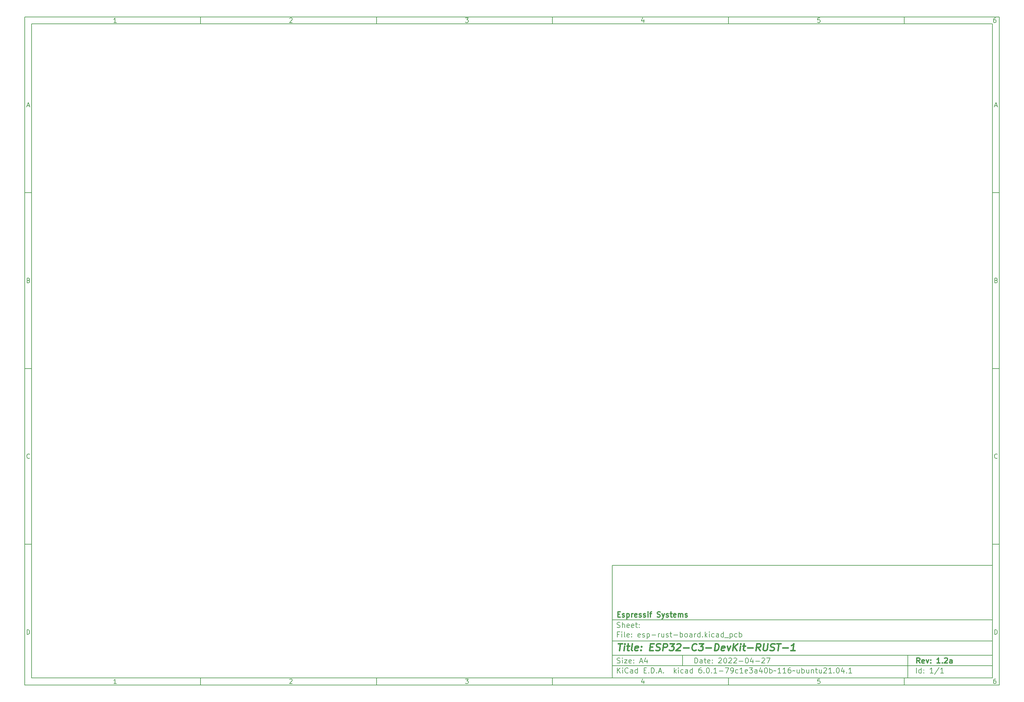
<source format=gbr>
G04 #@! TF.GenerationSoftware,KiCad,Pcbnew,6.0.1-79c1e3a40b~116~ubuntu21.04.1*
G04 #@! TF.CreationDate,2022-06-01T13:50:27+01:00*
G04 #@! TF.ProjectId,esp-rust-board,6573702d-7275-4737-942d-626f6172642e,1.2a*
G04 #@! TF.SameCoordinates,Original*
G04 #@! TF.FileFunction,Paste,Bot*
G04 #@! TF.FilePolarity,Positive*
%FSLAX46Y46*%
G04 Gerber Fmt 4.6, Leading zero omitted, Abs format (unit mm)*
G04 Created by KiCad (PCBNEW 6.0.1-79c1e3a40b~116~ubuntu21.04.1) date 2022-06-01 13:50:27*
%MOMM*%
%LPD*%
G01*
G04 APERTURE LIST*
%ADD10C,0.100000*%
%ADD11C,0.150000*%
%ADD12C,0.300000*%
%ADD13C,0.400000*%
G04 APERTURE END LIST*
D10*
D11*
X177002200Y-166007200D02*
X177002200Y-198007200D01*
X285002200Y-198007200D01*
X285002200Y-166007200D01*
X177002200Y-166007200D01*
D10*
D11*
X10000000Y-10000000D02*
X10000000Y-200007200D01*
X287002200Y-200007200D01*
X287002200Y-10000000D01*
X10000000Y-10000000D01*
D10*
D11*
X12000000Y-12000000D02*
X12000000Y-198007200D01*
X285002200Y-198007200D01*
X285002200Y-12000000D01*
X12000000Y-12000000D01*
D10*
D11*
X60000000Y-12000000D02*
X60000000Y-10000000D01*
D10*
D11*
X110000000Y-12000000D02*
X110000000Y-10000000D01*
D10*
D11*
X160000000Y-12000000D02*
X160000000Y-10000000D01*
D10*
D11*
X210000000Y-12000000D02*
X210000000Y-10000000D01*
D10*
D11*
X260000000Y-12000000D02*
X260000000Y-10000000D01*
D10*
D11*
X36065476Y-11588095D02*
X35322619Y-11588095D01*
X35694047Y-11588095D02*
X35694047Y-10288095D01*
X35570238Y-10473809D01*
X35446428Y-10597619D01*
X35322619Y-10659523D01*
D10*
D11*
X85322619Y-10411904D02*
X85384523Y-10350000D01*
X85508333Y-10288095D01*
X85817857Y-10288095D01*
X85941666Y-10350000D01*
X86003571Y-10411904D01*
X86065476Y-10535714D01*
X86065476Y-10659523D01*
X86003571Y-10845238D01*
X85260714Y-11588095D01*
X86065476Y-11588095D01*
D10*
D11*
X135260714Y-10288095D02*
X136065476Y-10288095D01*
X135632142Y-10783333D01*
X135817857Y-10783333D01*
X135941666Y-10845238D01*
X136003571Y-10907142D01*
X136065476Y-11030952D01*
X136065476Y-11340476D01*
X136003571Y-11464285D01*
X135941666Y-11526190D01*
X135817857Y-11588095D01*
X135446428Y-11588095D01*
X135322619Y-11526190D01*
X135260714Y-11464285D01*
D10*
D11*
X185941666Y-10721428D02*
X185941666Y-11588095D01*
X185632142Y-10226190D02*
X185322619Y-11154761D01*
X186127380Y-11154761D01*
D10*
D11*
X236003571Y-10288095D02*
X235384523Y-10288095D01*
X235322619Y-10907142D01*
X235384523Y-10845238D01*
X235508333Y-10783333D01*
X235817857Y-10783333D01*
X235941666Y-10845238D01*
X236003571Y-10907142D01*
X236065476Y-11030952D01*
X236065476Y-11340476D01*
X236003571Y-11464285D01*
X235941666Y-11526190D01*
X235817857Y-11588095D01*
X235508333Y-11588095D01*
X235384523Y-11526190D01*
X235322619Y-11464285D01*
D10*
D11*
X285941666Y-10288095D02*
X285694047Y-10288095D01*
X285570238Y-10350000D01*
X285508333Y-10411904D01*
X285384523Y-10597619D01*
X285322619Y-10845238D01*
X285322619Y-11340476D01*
X285384523Y-11464285D01*
X285446428Y-11526190D01*
X285570238Y-11588095D01*
X285817857Y-11588095D01*
X285941666Y-11526190D01*
X286003571Y-11464285D01*
X286065476Y-11340476D01*
X286065476Y-11030952D01*
X286003571Y-10907142D01*
X285941666Y-10845238D01*
X285817857Y-10783333D01*
X285570238Y-10783333D01*
X285446428Y-10845238D01*
X285384523Y-10907142D01*
X285322619Y-11030952D01*
D10*
D11*
X60000000Y-198007200D02*
X60000000Y-200007200D01*
D10*
D11*
X110000000Y-198007200D02*
X110000000Y-200007200D01*
D10*
D11*
X160000000Y-198007200D02*
X160000000Y-200007200D01*
D10*
D11*
X210000000Y-198007200D02*
X210000000Y-200007200D01*
D10*
D11*
X260000000Y-198007200D02*
X260000000Y-200007200D01*
D10*
D11*
X36065476Y-199595295D02*
X35322619Y-199595295D01*
X35694047Y-199595295D02*
X35694047Y-198295295D01*
X35570238Y-198481009D01*
X35446428Y-198604819D01*
X35322619Y-198666723D01*
D10*
D11*
X85322619Y-198419104D02*
X85384523Y-198357200D01*
X85508333Y-198295295D01*
X85817857Y-198295295D01*
X85941666Y-198357200D01*
X86003571Y-198419104D01*
X86065476Y-198542914D01*
X86065476Y-198666723D01*
X86003571Y-198852438D01*
X85260714Y-199595295D01*
X86065476Y-199595295D01*
D10*
D11*
X135260714Y-198295295D02*
X136065476Y-198295295D01*
X135632142Y-198790533D01*
X135817857Y-198790533D01*
X135941666Y-198852438D01*
X136003571Y-198914342D01*
X136065476Y-199038152D01*
X136065476Y-199347676D01*
X136003571Y-199471485D01*
X135941666Y-199533390D01*
X135817857Y-199595295D01*
X135446428Y-199595295D01*
X135322619Y-199533390D01*
X135260714Y-199471485D01*
D10*
D11*
X185941666Y-198728628D02*
X185941666Y-199595295D01*
X185632142Y-198233390D02*
X185322619Y-199161961D01*
X186127380Y-199161961D01*
D10*
D11*
X236003571Y-198295295D02*
X235384523Y-198295295D01*
X235322619Y-198914342D01*
X235384523Y-198852438D01*
X235508333Y-198790533D01*
X235817857Y-198790533D01*
X235941666Y-198852438D01*
X236003571Y-198914342D01*
X236065476Y-199038152D01*
X236065476Y-199347676D01*
X236003571Y-199471485D01*
X235941666Y-199533390D01*
X235817857Y-199595295D01*
X235508333Y-199595295D01*
X235384523Y-199533390D01*
X235322619Y-199471485D01*
D10*
D11*
X285941666Y-198295295D02*
X285694047Y-198295295D01*
X285570238Y-198357200D01*
X285508333Y-198419104D01*
X285384523Y-198604819D01*
X285322619Y-198852438D01*
X285322619Y-199347676D01*
X285384523Y-199471485D01*
X285446428Y-199533390D01*
X285570238Y-199595295D01*
X285817857Y-199595295D01*
X285941666Y-199533390D01*
X286003571Y-199471485D01*
X286065476Y-199347676D01*
X286065476Y-199038152D01*
X286003571Y-198914342D01*
X285941666Y-198852438D01*
X285817857Y-198790533D01*
X285570238Y-198790533D01*
X285446428Y-198852438D01*
X285384523Y-198914342D01*
X285322619Y-199038152D01*
D10*
D11*
X10000000Y-60000000D02*
X12000000Y-60000000D01*
D10*
D11*
X10000000Y-110000000D02*
X12000000Y-110000000D01*
D10*
D11*
X10000000Y-160000000D02*
X12000000Y-160000000D01*
D10*
D11*
X10690476Y-35216666D02*
X11309523Y-35216666D01*
X10566666Y-35588095D02*
X11000000Y-34288095D01*
X11433333Y-35588095D01*
D10*
D11*
X11092857Y-84907142D02*
X11278571Y-84969047D01*
X11340476Y-85030952D01*
X11402380Y-85154761D01*
X11402380Y-85340476D01*
X11340476Y-85464285D01*
X11278571Y-85526190D01*
X11154761Y-85588095D01*
X10659523Y-85588095D01*
X10659523Y-84288095D01*
X11092857Y-84288095D01*
X11216666Y-84350000D01*
X11278571Y-84411904D01*
X11340476Y-84535714D01*
X11340476Y-84659523D01*
X11278571Y-84783333D01*
X11216666Y-84845238D01*
X11092857Y-84907142D01*
X10659523Y-84907142D01*
D10*
D11*
X11402380Y-135464285D02*
X11340476Y-135526190D01*
X11154761Y-135588095D01*
X11030952Y-135588095D01*
X10845238Y-135526190D01*
X10721428Y-135402380D01*
X10659523Y-135278571D01*
X10597619Y-135030952D01*
X10597619Y-134845238D01*
X10659523Y-134597619D01*
X10721428Y-134473809D01*
X10845238Y-134350000D01*
X11030952Y-134288095D01*
X11154761Y-134288095D01*
X11340476Y-134350000D01*
X11402380Y-134411904D01*
D10*
D11*
X10659523Y-185588095D02*
X10659523Y-184288095D01*
X10969047Y-184288095D01*
X11154761Y-184350000D01*
X11278571Y-184473809D01*
X11340476Y-184597619D01*
X11402380Y-184845238D01*
X11402380Y-185030952D01*
X11340476Y-185278571D01*
X11278571Y-185402380D01*
X11154761Y-185526190D01*
X10969047Y-185588095D01*
X10659523Y-185588095D01*
D10*
D11*
X287002200Y-60000000D02*
X285002200Y-60000000D01*
D10*
D11*
X287002200Y-110000000D02*
X285002200Y-110000000D01*
D10*
D11*
X287002200Y-160000000D02*
X285002200Y-160000000D01*
D10*
D11*
X285692676Y-35216666D02*
X286311723Y-35216666D01*
X285568866Y-35588095D02*
X286002200Y-34288095D01*
X286435533Y-35588095D01*
D10*
D11*
X286095057Y-84907142D02*
X286280771Y-84969047D01*
X286342676Y-85030952D01*
X286404580Y-85154761D01*
X286404580Y-85340476D01*
X286342676Y-85464285D01*
X286280771Y-85526190D01*
X286156961Y-85588095D01*
X285661723Y-85588095D01*
X285661723Y-84288095D01*
X286095057Y-84288095D01*
X286218866Y-84350000D01*
X286280771Y-84411904D01*
X286342676Y-84535714D01*
X286342676Y-84659523D01*
X286280771Y-84783333D01*
X286218866Y-84845238D01*
X286095057Y-84907142D01*
X285661723Y-84907142D01*
D10*
D11*
X286404580Y-135464285D02*
X286342676Y-135526190D01*
X286156961Y-135588095D01*
X286033152Y-135588095D01*
X285847438Y-135526190D01*
X285723628Y-135402380D01*
X285661723Y-135278571D01*
X285599819Y-135030952D01*
X285599819Y-134845238D01*
X285661723Y-134597619D01*
X285723628Y-134473809D01*
X285847438Y-134350000D01*
X286033152Y-134288095D01*
X286156961Y-134288095D01*
X286342676Y-134350000D01*
X286404580Y-134411904D01*
D10*
D11*
X285661723Y-185588095D02*
X285661723Y-184288095D01*
X285971247Y-184288095D01*
X286156961Y-184350000D01*
X286280771Y-184473809D01*
X286342676Y-184597619D01*
X286404580Y-184845238D01*
X286404580Y-185030952D01*
X286342676Y-185278571D01*
X286280771Y-185402380D01*
X286156961Y-185526190D01*
X285971247Y-185588095D01*
X285661723Y-185588095D01*
D10*
D11*
X200434342Y-193785771D02*
X200434342Y-192285771D01*
X200791485Y-192285771D01*
X201005771Y-192357200D01*
X201148628Y-192500057D01*
X201220057Y-192642914D01*
X201291485Y-192928628D01*
X201291485Y-193142914D01*
X201220057Y-193428628D01*
X201148628Y-193571485D01*
X201005771Y-193714342D01*
X200791485Y-193785771D01*
X200434342Y-193785771D01*
X202577200Y-193785771D02*
X202577200Y-193000057D01*
X202505771Y-192857200D01*
X202362914Y-192785771D01*
X202077200Y-192785771D01*
X201934342Y-192857200D01*
X202577200Y-193714342D02*
X202434342Y-193785771D01*
X202077200Y-193785771D01*
X201934342Y-193714342D01*
X201862914Y-193571485D01*
X201862914Y-193428628D01*
X201934342Y-193285771D01*
X202077200Y-193214342D01*
X202434342Y-193214342D01*
X202577200Y-193142914D01*
X203077200Y-192785771D02*
X203648628Y-192785771D01*
X203291485Y-192285771D02*
X203291485Y-193571485D01*
X203362914Y-193714342D01*
X203505771Y-193785771D01*
X203648628Y-193785771D01*
X204720057Y-193714342D02*
X204577200Y-193785771D01*
X204291485Y-193785771D01*
X204148628Y-193714342D01*
X204077200Y-193571485D01*
X204077200Y-193000057D01*
X204148628Y-192857200D01*
X204291485Y-192785771D01*
X204577200Y-192785771D01*
X204720057Y-192857200D01*
X204791485Y-193000057D01*
X204791485Y-193142914D01*
X204077200Y-193285771D01*
X205434342Y-193642914D02*
X205505771Y-193714342D01*
X205434342Y-193785771D01*
X205362914Y-193714342D01*
X205434342Y-193642914D01*
X205434342Y-193785771D01*
X205434342Y-192857200D02*
X205505771Y-192928628D01*
X205434342Y-193000057D01*
X205362914Y-192928628D01*
X205434342Y-192857200D01*
X205434342Y-193000057D01*
X207220057Y-192428628D02*
X207291485Y-192357200D01*
X207434342Y-192285771D01*
X207791485Y-192285771D01*
X207934342Y-192357200D01*
X208005771Y-192428628D01*
X208077200Y-192571485D01*
X208077200Y-192714342D01*
X208005771Y-192928628D01*
X207148628Y-193785771D01*
X208077200Y-193785771D01*
X209005771Y-192285771D02*
X209148628Y-192285771D01*
X209291485Y-192357200D01*
X209362914Y-192428628D01*
X209434342Y-192571485D01*
X209505771Y-192857200D01*
X209505771Y-193214342D01*
X209434342Y-193500057D01*
X209362914Y-193642914D01*
X209291485Y-193714342D01*
X209148628Y-193785771D01*
X209005771Y-193785771D01*
X208862914Y-193714342D01*
X208791485Y-193642914D01*
X208720057Y-193500057D01*
X208648628Y-193214342D01*
X208648628Y-192857200D01*
X208720057Y-192571485D01*
X208791485Y-192428628D01*
X208862914Y-192357200D01*
X209005771Y-192285771D01*
X210077200Y-192428628D02*
X210148628Y-192357200D01*
X210291485Y-192285771D01*
X210648628Y-192285771D01*
X210791485Y-192357200D01*
X210862914Y-192428628D01*
X210934342Y-192571485D01*
X210934342Y-192714342D01*
X210862914Y-192928628D01*
X210005771Y-193785771D01*
X210934342Y-193785771D01*
X211505771Y-192428628D02*
X211577200Y-192357200D01*
X211720057Y-192285771D01*
X212077200Y-192285771D01*
X212220057Y-192357200D01*
X212291485Y-192428628D01*
X212362914Y-192571485D01*
X212362914Y-192714342D01*
X212291485Y-192928628D01*
X211434342Y-193785771D01*
X212362914Y-193785771D01*
X213005771Y-193214342D02*
X214148628Y-193214342D01*
X215148628Y-192285771D02*
X215291485Y-192285771D01*
X215434342Y-192357200D01*
X215505771Y-192428628D01*
X215577200Y-192571485D01*
X215648628Y-192857200D01*
X215648628Y-193214342D01*
X215577200Y-193500057D01*
X215505771Y-193642914D01*
X215434342Y-193714342D01*
X215291485Y-193785771D01*
X215148628Y-193785771D01*
X215005771Y-193714342D01*
X214934342Y-193642914D01*
X214862914Y-193500057D01*
X214791485Y-193214342D01*
X214791485Y-192857200D01*
X214862914Y-192571485D01*
X214934342Y-192428628D01*
X215005771Y-192357200D01*
X215148628Y-192285771D01*
X216934342Y-192785771D02*
X216934342Y-193785771D01*
X216577200Y-192214342D02*
X216220057Y-193285771D01*
X217148628Y-193285771D01*
X217720057Y-193214342D02*
X218862914Y-193214342D01*
X219505771Y-192428628D02*
X219577200Y-192357200D01*
X219720057Y-192285771D01*
X220077200Y-192285771D01*
X220220057Y-192357200D01*
X220291485Y-192428628D01*
X220362914Y-192571485D01*
X220362914Y-192714342D01*
X220291485Y-192928628D01*
X219434342Y-193785771D01*
X220362914Y-193785771D01*
X220862914Y-192285771D02*
X221862914Y-192285771D01*
X221220057Y-193785771D01*
D10*
D11*
X177002200Y-194507200D02*
X285002200Y-194507200D01*
D10*
D11*
X178434342Y-196585771D02*
X178434342Y-195085771D01*
X179291485Y-196585771D02*
X178648628Y-195728628D01*
X179291485Y-195085771D02*
X178434342Y-195942914D01*
X179934342Y-196585771D02*
X179934342Y-195585771D01*
X179934342Y-195085771D02*
X179862914Y-195157200D01*
X179934342Y-195228628D01*
X180005771Y-195157200D01*
X179934342Y-195085771D01*
X179934342Y-195228628D01*
X181505771Y-196442914D02*
X181434342Y-196514342D01*
X181220057Y-196585771D01*
X181077200Y-196585771D01*
X180862914Y-196514342D01*
X180720057Y-196371485D01*
X180648628Y-196228628D01*
X180577200Y-195942914D01*
X180577200Y-195728628D01*
X180648628Y-195442914D01*
X180720057Y-195300057D01*
X180862914Y-195157200D01*
X181077200Y-195085771D01*
X181220057Y-195085771D01*
X181434342Y-195157200D01*
X181505771Y-195228628D01*
X182791485Y-196585771D02*
X182791485Y-195800057D01*
X182720057Y-195657200D01*
X182577200Y-195585771D01*
X182291485Y-195585771D01*
X182148628Y-195657200D01*
X182791485Y-196514342D02*
X182648628Y-196585771D01*
X182291485Y-196585771D01*
X182148628Y-196514342D01*
X182077200Y-196371485D01*
X182077200Y-196228628D01*
X182148628Y-196085771D01*
X182291485Y-196014342D01*
X182648628Y-196014342D01*
X182791485Y-195942914D01*
X184148628Y-196585771D02*
X184148628Y-195085771D01*
X184148628Y-196514342D02*
X184005771Y-196585771D01*
X183720057Y-196585771D01*
X183577200Y-196514342D01*
X183505771Y-196442914D01*
X183434342Y-196300057D01*
X183434342Y-195871485D01*
X183505771Y-195728628D01*
X183577200Y-195657200D01*
X183720057Y-195585771D01*
X184005771Y-195585771D01*
X184148628Y-195657200D01*
X186005771Y-195800057D02*
X186505771Y-195800057D01*
X186720057Y-196585771D02*
X186005771Y-196585771D01*
X186005771Y-195085771D01*
X186720057Y-195085771D01*
X187362914Y-196442914D02*
X187434342Y-196514342D01*
X187362914Y-196585771D01*
X187291485Y-196514342D01*
X187362914Y-196442914D01*
X187362914Y-196585771D01*
X188077200Y-196585771D02*
X188077200Y-195085771D01*
X188434342Y-195085771D01*
X188648628Y-195157200D01*
X188791485Y-195300057D01*
X188862914Y-195442914D01*
X188934342Y-195728628D01*
X188934342Y-195942914D01*
X188862914Y-196228628D01*
X188791485Y-196371485D01*
X188648628Y-196514342D01*
X188434342Y-196585771D01*
X188077200Y-196585771D01*
X189577200Y-196442914D02*
X189648628Y-196514342D01*
X189577200Y-196585771D01*
X189505771Y-196514342D01*
X189577200Y-196442914D01*
X189577200Y-196585771D01*
X190220057Y-196157200D02*
X190934342Y-196157200D01*
X190077200Y-196585771D02*
X190577200Y-195085771D01*
X191077200Y-196585771D01*
X191577200Y-196442914D02*
X191648628Y-196514342D01*
X191577200Y-196585771D01*
X191505771Y-196514342D01*
X191577200Y-196442914D01*
X191577200Y-196585771D01*
X194577200Y-196585771D02*
X194577200Y-195085771D01*
X194720057Y-196014342D02*
X195148628Y-196585771D01*
X195148628Y-195585771D02*
X194577200Y-196157200D01*
X195791485Y-196585771D02*
X195791485Y-195585771D01*
X195791485Y-195085771D02*
X195720057Y-195157200D01*
X195791485Y-195228628D01*
X195862914Y-195157200D01*
X195791485Y-195085771D01*
X195791485Y-195228628D01*
X197148628Y-196514342D02*
X197005771Y-196585771D01*
X196720057Y-196585771D01*
X196577200Y-196514342D01*
X196505771Y-196442914D01*
X196434342Y-196300057D01*
X196434342Y-195871485D01*
X196505771Y-195728628D01*
X196577200Y-195657200D01*
X196720057Y-195585771D01*
X197005771Y-195585771D01*
X197148628Y-195657200D01*
X198434342Y-196585771D02*
X198434342Y-195800057D01*
X198362914Y-195657200D01*
X198220057Y-195585771D01*
X197934342Y-195585771D01*
X197791485Y-195657200D01*
X198434342Y-196514342D02*
X198291485Y-196585771D01*
X197934342Y-196585771D01*
X197791485Y-196514342D01*
X197720057Y-196371485D01*
X197720057Y-196228628D01*
X197791485Y-196085771D01*
X197934342Y-196014342D01*
X198291485Y-196014342D01*
X198434342Y-195942914D01*
X199791485Y-196585771D02*
X199791485Y-195085771D01*
X199791485Y-196514342D02*
X199648628Y-196585771D01*
X199362914Y-196585771D01*
X199220057Y-196514342D01*
X199148628Y-196442914D01*
X199077200Y-196300057D01*
X199077200Y-195871485D01*
X199148628Y-195728628D01*
X199220057Y-195657200D01*
X199362914Y-195585771D01*
X199648628Y-195585771D01*
X199791485Y-195657200D01*
X202291485Y-195085771D02*
X202005771Y-195085771D01*
X201862914Y-195157200D01*
X201791485Y-195228628D01*
X201648628Y-195442914D01*
X201577200Y-195728628D01*
X201577200Y-196300057D01*
X201648628Y-196442914D01*
X201720057Y-196514342D01*
X201862914Y-196585771D01*
X202148628Y-196585771D01*
X202291485Y-196514342D01*
X202362914Y-196442914D01*
X202434342Y-196300057D01*
X202434342Y-195942914D01*
X202362914Y-195800057D01*
X202291485Y-195728628D01*
X202148628Y-195657200D01*
X201862914Y-195657200D01*
X201720057Y-195728628D01*
X201648628Y-195800057D01*
X201577200Y-195942914D01*
X203077200Y-196442914D02*
X203148628Y-196514342D01*
X203077200Y-196585771D01*
X203005771Y-196514342D01*
X203077200Y-196442914D01*
X203077200Y-196585771D01*
X204077200Y-195085771D02*
X204220057Y-195085771D01*
X204362914Y-195157200D01*
X204434342Y-195228628D01*
X204505771Y-195371485D01*
X204577200Y-195657200D01*
X204577200Y-196014342D01*
X204505771Y-196300057D01*
X204434342Y-196442914D01*
X204362914Y-196514342D01*
X204220057Y-196585771D01*
X204077200Y-196585771D01*
X203934342Y-196514342D01*
X203862914Y-196442914D01*
X203791485Y-196300057D01*
X203720057Y-196014342D01*
X203720057Y-195657200D01*
X203791485Y-195371485D01*
X203862914Y-195228628D01*
X203934342Y-195157200D01*
X204077200Y-195085771D01*
X205220057Y-196442914D02*
X205291485Y-196514342D01*
X205220057Y-196585771D01*
X205148628Y-196514342D01*
X205220057Y-196442914D01*
X205220057Y-196585771D01*
X206720057Y-196585771D02*
X205862914Y-196585771D01*
X206291485Y-196585771D02*
X206291485Y-195085771D01*
X206148628Y-195300057D01*
X206005771Y-195442914D01*
X205862914Y-195514342D01*
X207362914Y-196014342D02*
X208505771Y-196014342D01*
X209077200Y-195085771D02*
X210077200Y-195085771D01*
X209434342Y-196585771D01*
X210720057Y-196585771D02*
X211005771Y-196585771D01*
X211148628Y-196514342D01*
X211220057Y-196442914D01*
X211362914Y-196228628D01*
X211434342Y-195942914D01*
X211434342Y-195371485D01*
X211362914Y-195228628D01*
X211291485Y-195157200D01*
X211148628Y-195085771D01*
X210862914Y-195085771D01*
X210720057Y-195157200D01*
X210648628Y-195228628D01*
X210577200Y-195371485D01*
X210577200Y-195728628D01*
X210648628Y-195871485D01*
X210720057Y-195942914D01*
X210862914Y-196014342D01*
X211148628Y-196014342D01*
X211291485Y-195942914D01*
X211362914Y-195871485D01*
X211434342Y-195728628D01*
X212720057Y-196514342D02*
X212577200Y-196585771D01*
X212291485Y-196585771D01*
X212148628Y-196514342D01*
X212077200Y-196442914D01*
X212005771Y-196300057D01*
X212005771Y-195871485D01*
X212077200Y-195728628D01*
X212148628Y-195657200D01*
X212291485Y-195585771D01*
X212577200Y-195585771D01*
X212720057Y-195657200D01*
X214148628Y-196585771D02*
X213291485Y-196585771D01*
X213720057Y-196585771D02*
X213720057Y-195085771D01*
X213577200Y-195300057D01*
X213434342Y-195442914D01*
X213291485Y-195514342D01*
X215362914Y-196514342D02*
X215220057Y-196585771D01*
X214934342Y-196585771D01*
X214791485Y-196514342D01*
X214720057Y-196371485D01*
X214720057Y-195800057D01*
X214791485Y-195657200D01*
X214934342Y-195585771D01*
X215220057Y-195585771D01*
X215362914Y-195657200D01*
X215434342Y-195800057D01*
X215434342Y-195942914D01*
X214720057Y-196085771D01*
X215934342Y-195085771D02*
X216862914Y-195085771D01*
X216362914Y-195657200D01*
X216577200Y-195657200D01*
X216720057Y-195728628D01*
X216791485Y-195800057D01*
X216862914Y-195942914D01*
X216862914Y-196300057D01*
X216791485Y-196442914D01*
X216720057Y-196514342D01*
X216577200Y-196585771D01*
X216148628Y-196585771D01*
X216005771Y-196514342D01*
X215934342Y-196442914D01*
X218148628Y-196585771D02*
X218148628Y-195800057D01*
X218077200Y-195657200D01*
X217934342Y-195585771D01*
X217648628Y-195585771D01*
X217505771Y-195657200D01*
X218148628Y-196514342D02*
X218005771Y-196585771D01*
X217648628Y-196585771D01*
X217505771Y-196514342D01*
X217434342Y-196371485D01*
X217434342Y-196228628D01*
X217505771Y-196085771D01*
X217648628Y-196014342D01*
X218005771Y-196014342D01*
X218148628Y-195942914D01*
X219505771Y-195585771D02*
X219505771Y-196585771D01*
X219148628Y-195014342D02*
X218791485Y-196085771D01*
X219720057Y-196085771D01*
X220577200Y-195085771D02*
X220720057Y-195085771D01*
X220862914Y-195157200D01*
X220934342Y-195228628D01*
X221005771Y-195371485D01*
X221077200Y-195657200D01*
X221077200Y-196014342D01*
X221005771Y-196300057D01*
X220934342Y-196442914D01*
X220862914Y-196514342D01*
X220720057Y-196585771D01*
X220577200Y-196585771D01*
X220434342Y-196514342D01*
X220362914Y-196442914D01*
X220291485Y-196300057D01*
X220220057Y-196014342D01*
X220220057Y-195657200D01*
X220291485Y-195371485D01*
X220362914Y-195228628D01*
X220434342Y-195157200D01*
X220577200Y-195085771D01*
X221720057Y-196585771D02*
X221720057Y-195085771D01*
X221720057Y-195657200D02*
X221862914Y-195585771D01*
X222148628Y-195585771D01*
X222291485Y-195657200D01*
X222362914Y-195728628D01*
X222434342Y-195871485D01*
X222434342Y-196300057D01*
X222362914Y-196442914D01*
X222291485Y-196514342D01*
X222148628Y-196585771D01*
X221862914Y-196585771D01*
X221720057Y-196514342D01*
X222862914Y-196014342D02*
X222934342Y-195942914D01*
X223077200Y-195871485D01*
X223362914Y-196014342D01*
X223505771Y-195942914D01*
X223577200Y-195871485D01*
X224934342Y-196585771D02*
X224077200Y-196585771D01*
X224505771Y-196585771D02*
X224505771Y-195085771D01*
X224362914Y-195300057D01*
X224220057Y-195442914D01*
X224077200Y-195514342D01*
X226362914Y-196585771D02*
X225505771Y-196585771D01*
X225934342Y-196585771D02*
X225934342Y-195085771D01*
X225791485Y-195300057D01*
X225648628Y-195442914D01*
X225505771Y-195514342D01*
X227648628Y-195085771D02*
X227362914Y-195085771D01*
X227220057Y-195157200D01*
X227148628Y-195228628D01*
X227005771Y-195442914D01*
X226934342Y-195728628D01*
X226934342Y-196300057D01*
X227005771Y-196442914D01*
X227077199Y-196514342D01*
X227220057Y-196585771D01*
X227505771Y-196585771D01*
X227648628Y-196514342D01*
X227720057Y-196442914D01*
X227791485Y-196300057D01*
X227791485Y-195942914D01*
X227720057Y-195800057D01*
X227648628Y-195728628D01*
X227505771Y-195657200D01*
X227220057Y-195657200D01*
X227077199Y-195728628D01*
X227005771Y-195800057D01*
X226934342Y-195942914D01*
X228220057Y-196014342D02*
X228291485Y-195942914D01*
X228434342Y-195871485D01*
X228720057Y-196014342D01*
X228862914Y-195942914D01*
X228934342Y-195871485D01*
X230148628Y-195585771D02*
X230148628Y-196585771D01*
X229505771Y-195585771D02*
X229505771Y-196371485D01*
X229577199Y-196514342D01*
X229720057Y-196585771D01*
X229934342Y-196585771D01*
X230077199Y-196514342D01*
X230148628Y-196442914D01*
X230862914Y-196585771D02*
X230862914Y-195085771D01*
X230862914Y-195657200D02*
X231005771Y-195585771D01*
X231291485Y-195585771D01*
X231434342Y-195657200D01*
X231505771Y-195728628D01*
X231577200Y-195871485D01*
X231577200Y-196300057D01*
X231505771Y-196442914D01*
X231434342Y-196514342D01*
X231291485Y-196585771D01*
X231005771Y-196585771D01*
X230862914Y-196514342D01*
X232862914Y-195585771D02*
X232862914Y-196585771D01*
X232220057Y-195585771D02*
X232220057Y-196371485D01*
X232291485Y-196514342D01*
X232434342Y-196585771D01*
X232648628Y-196585771D01*
X232791485Y-196514342D01*
X232862914Y-196442914D01*
X233577200Y-195585771D02*
X233577200Y-196585771D01*
X233577200Y-195728628D02*
X233648628Y-195657200D01*
X233791485Y-195585771D01*
X234005771Y-195585771D01*
X234148628Y-195657200D01*
X234220057Y-195800057D01*
X234220057Y-196585771D01*
X234720057Y-195585771D02*
X235291485Y-195585771D01*
X234934342Y-195085771D02*
X234934342Y-196371485D01*
X235005771Y-196514342D01*
X235148628Y-196585771D01*
X235291485Y-196585771D01*
X236434342Y-195585771D02*
X236434342Y-196585771D01*
X235791485Y-195585771D02*
X235791485Y-196371485D01*
X235862914Y-196514342D01*
X236005771Y-196585771D01*
X236220057Y-196585771D01*
X236362914Y-196514342D01*
X236434342Y-196442914D01*
X237077200Y-195228628D02*
X237148628Y-195157200D01*
X237291485Y-195085771D01*
X237648628Y-195085771D01*
X237791485Y-195157200D01*
X237862914Y-195228628D01*
X237934342Y-195371485D01*
X237934342Y-195514342D01*
X237862914Y-195728628D01*
X237005771Y-196585771D01*
X237934342Y-196585771D01*
X239362914Y-196585771D02*
X238505771Y-196585771D01*
X238934342Y-196585771D02*
X238934342Y-195085771D01*
X238791485Y-195300057D01*
X238648628Y-195442914D01*
X238505771Y-195514342D01*
X240005771Y-196442914D02*
X240077199Y-196514342D01*
X240005771Y-196585771D01*
X239934342Y-196514342D01*
X240005771Y-196442914D01*
X240005771Y-196585771D01*
X241005771Y-195085771D02*
X241148628Y-195085771D01*
X241291485Y-195157200D01*
X241362914Y-195228628D01*
X241434342Y-195371485D01*
X241505771Y-195657200D01*
X241505771Y-196014342D01*
X241434342Y-196300057D01*
X241362914Y-196442914D01*
X241291485Y-196514342D01*
X241148628Y-196585771D01*
X241005771Y-196585771D01*
X240862914Y-196514342D01*
X240791485Y-196442914D01*
X240720057Y-196300057D01*
X240648628Y-196014342D01*
X240648628Y-195657200D01*
X240720057Y-195371485D01*
X240791485Y-195228628D01*
X240862914Y-195157200D01*
X241005771Y-195085771D01*
X242791485Y-195585771D02*
X242791485Y-196585771D01*
X242434342Y-195014342D02*
X242077199Y-196085771D01*
X243005771Y-196085771D01*
X243577199Y-196442914D02*
X243648628Y-196514342D01*
X243577199Y-196585771D01*
X243505771Y-196514342D01*
X243577199Y-196442914D01*
X243577199Y-196585771D01*
X245077199Y-196585771D02*
X244220057Y-196585771D01*
X244648628Y-196585771D02*
X244648628Y-195085771D01*
X244505771Y-195300057D01*
X244362914Y-195442914D01*
X244220057Y-195514342D01*
D10*
D11*
X177002200Y-191507200D02*
X285002200Y-191507200D01*
D10*
D12*
X264411485Y-193785771D02*
X263911485Y-193071485D01*
X263554342Y-193785771D02*
X263554342Y-192285771D01*
X264125771Y-192285771D01*
X264268628Y-192357200D01*
X264340057Y-192428628D01*
X264411485Y-192571485D01*
X264411485Y-192785771D01*
X264340057Y-192928628D01*
X264268628Y-193000057D01*
X264125771Y-193071485D01*
X263554342Y-193071485D01*
X265625771Y-193714342D02*
X265482914Y-193785771D01*
X265197200Y-193785771D01*
X265054342Y-193714342D01*
X264982914Y-193571485D01*
X264982914Y-193000057D01*
X265054342Y-192857200D01*
X265197200Y-192785771D01*
X265482914Y-192785771D01*
X265625771Y-192857200D01*
X265697200Y-193000057D01*
X265697200Y-193142914D01*
X264982914Y-193285771D01*
X266197200Y-192785771D02*
X266554342Y-193785771D01*
X266911485Y-192785771D01*
X267482914Y-193642914D02*
X267554342Y-193714342D01*
X267482914Y-193785771D01*
X267411485Y-193714342D01*
X267482914Y-193642914D01*
X267482914Y-193785771D01*
X267482914Y-192857200D02*
X267554342Y-192928628D01*
X267482914Y-193000057D01*
X267411485Y-192928628D01*
X267482914Y-192857200D01*
X267482914Y-193000057D01*
X270125771Y-193785771D02*
X269268628Y-193785771D01*
X269697200Y-193785771D02*
X269697200Y-192285771D01*
X269554342Y-192500057D01*
X269411485Y-192642914D01*
X269268628Y-192714342D01*
X270768628Y-193642914D02*
X270840057Y-193714342D01*
X270768628Y-193785771D01*
X270697200Y-193714342D01*
X270768628Y-193642914D01*
X270768628Y-193785771D01*
X271411485Y-192428628D02*
X271482914Y-192357200D01*
X271625771Y-192285771D01*
X271982914Y-192285771D01*
X272125771Y-192357200D01*
X272197200Y-192428628D01*
X272268628Y-192571485D01*
X272268628Y-192714342D01*
X272197200Y-192928628D01*
X271340057Y-193785771D01*
X272268628Y-193785771D01*
X273554342Y-193785771D02*
X273554342Y-193000057D01*
X273482914Y-192857200D01*
X273340057Y-192785771D01*
X273054342Y-192785771D01*
X272911485Y-192857200D01*
X273554342Y-193714342D02*
X273411485Y-193785771D01*
X273054342Y-193785771D01*
X272911485Y-193714342D01*
X272840057Y-193571485D01*
X272840057Y-193428628D01*
X272911485Y-193285771D01*
X273054342Y-193214342D01*
X273411485Y-193214342D01*
X273554342Y-193142914D01*
D10*
D11*
X178362914Y-193714342D02*
X178577200Y-193785771D01*
X178934342Y-193785771D01*
X179077200Y-193714342D01*
X179148628Y-193642914D01*
X179220057Y-193500057D01*
X179220057Y-193357200D01*
X179148628Y-193214342D01*
X179077200Y-193142914D01*
X178934342Y-193071485D01*
X178648628Y-193000057D01*
X178505771Y-192928628D01*
X178434342Y-192857200D01*
X178362914Y-192714342D01*
X178362914Y-192571485D01*
X178434342Y-192428628D01*
X178505771Y-192357200D01*
X178648628Y-192285771D01*
X179005771Y-192285771D01*
X179220057Y-192357200D01*
X179862914Y-193785771D02*
X179862914Y-192785771D01*
X179862914Y-192285771D02*
X179791485Y-192357200D01*
X179862914Y-192428628D01*
X179934342Y-192357200D01*
X179862914Y-192285771D01*
X179862914Y-192428628D01*
X180434342Y-192785771D02*
X181220057Y-192785771D01*
X180434342Y-193785771D01*
X181220057Y-193785771D01*
X182362914Y-193714342D02*
X182220057Y-193785771D01*
X181934342Y-193785771D01*
X181791485Y-193714342D01*
X181720057Y-193571485D01*
X181720057Y-193000057D01*
X181791485Y-192857200D01*
X181934342Y-192785771D01*
X182220057Y-192785771D01*
X182362914Y-192857200D01*
X182434342Y-193000057D01*
X182434342Y-193142914D01*
X181720057Y-193285771D01*
X183077200Y-193642914D02*
X183148628Y-193714342D01*
X183077200Y-193785771D01*
X183005771Y-193714342D01*
X183077200Y-193642914D01*
X183077200Y-193785771D01*
X183077200Y-192857200D02*
X183148628Y-192928628D01*
X183077200Y-193000057D01*
X183005771Y-192928628D01*
X183077200Y-192857200D01*
X183077200Y-193000057D01*
X184862914Y-193357200D02*
X185577200Y-193357200D01*
X184720057Y-193785771D02*
X185220057Y-192285771D01*
X185720057Y-193785771D01*
X186862914Y-192785771D02*
X186862914Y-193785771D01*
X186505771Y-192214342D02*
X186148628Y-193285771D01*
X187077200Y-193285771D01*
D10*
D11*
X263434342Y-196585771D02*
X263434342Y-195085771D01*
X264791485Y-196585771D02*
X264791485Y-195085771D01*
X264791485Y-196514342D02*
X264648628Y-196585771D01*
X264362914Y-196585771D01*
X264220057Y-196514342D01*
X264148628Y-196442914D01*
X264077200Y-196300057D01*
X264077200Y-195871485D01*
X264148628Y-195728628D01*
X264220057Y-195657200D01*
X264362914Y-195585771D01*
X264648628Y-195585771D01*
X264791485Y-195657200D01*
X265505771Y-196442914D02*
X265577200Y-196514342D01*
X265505771Y-196585771D01*
X265434342Y-196514342D01*
X265505771Y-196442914D01*
X265505771Y-196585771D01*
X265505771Y-195657200D02*
X265577200Y-195728628D01*
X265505771Y-195800057D01*
X265434342Y-195728628D01*
X265505771Y-195657200D01*
X265505771Y-195800057D01*
X268148628Y-196585771D02*
X267291485Y-196585771D01*
X267720057Y-196585771D02*
X267720057Y-195085771D01*
X267577200Y-195300057D01*
X267434342Y-195442914D01*
X267291485Y-195514342D01*
X269862914Y-195014342D02*
X268577200Y-196942914D01*
X271148628Y-196585771D02*
X270291485Y-196585771D01*
X270720057Y-196585771D02*
X270720057Y-195085771D01*
X270577200Y-195300057D01*
X270434342Y-195442914D01*
X270291485Y-195514342D01*
D10*
D11*
X177002200Y-187507200D02*
X285002200Y-187507200D01*
D10*
D13*
X178714580Y-188211961D02*
X179857438Y-188211961D01*
X179036009Y-190211961D02*
X179286009Y-188211961D01*
X180274104Y-190211961D02*
X180440771Y-188878628D01*
X180524104Y-188211961D02*
X180416961Y-188307200D01*
X180500295Y-188402438D01*
X180607438Y-188307200D01*
X180524104Y-188211961D01*
X180500295Y-188402438D01*
X181107438Y-188878628D02*
X181869342Y-188878628D01*
X181476485Y-188211961D02*
X181262200Y-189926247D01*
X181333628Y-190116723D01*
X181512200Y-190211961D01*
X181702676Y-190211961D01*
X182655057Y-190211961D02*
X182476485Y-190116723D01*
X182405057Y-189926247D01*
X182619342Y-188211961D01*
X184190771Y-190116723D02*
X183988390Y-190211961D01*
X183607438Y-190211961D01*
X183428866Y-190116723D01*
X183357438Y-189926247D01*
X183452676Y-189164342D01*
X183571723Y-188973866D01*
X183774104Y-188878628D01*
X184155057Y-188878628D01*
X184333628Y-188973866D01*
X184405057Y-189164342D01*
X184381247Y-189354819D01*
X183405057Y-189545295D01*
X185155057Y-190021485D02*
X185238390Y-190116723D01*
X185131247Y-190211961D01*
X185047914Y-190116723D01*
X185155057Y-190021485D01*
X185131247Y-190211961D01*
X185286009Y-188973866D02*
X185369342Y-189069104D01*
X185262200Y-189164342D01*
X185178866Y-189069104D01*
X185286009Y-188973866D01*
X185262200Y-189164342D01*
X187738390Y-189164342D02*
X188405057Y-189164342D01*
X188559819Y-190211961D02*
X187607438Y-190211961D01*
X187857438Y-188211961D01*
X188809819Y-188211961D01*
X189333628Y-190116723D02*
X189607438Y-190211961D01*
X190083628Y-190211961D01*
X190286009Y-190116723D01*
X190393152Y-190021485D01*
X190512200Y-189831009D01*
X190536009Y-189640533D01*
X190464580Y-189450057D01*
X190381247Y-189354819D01*
X190202676Y-189259580D01*
X189833628Y-189164342D01*
X189655057Y-189069104D01*
X189571723Y-188973866D01*
X189500295Y-188783390D01*
X189524104Y-188592914D01*
X189643152Y-188402438D01*
X189750295Y-188307200D01*
X189952676Y-188211961D01*
X190428866Y-188211961D01*
X190702676Y-188307200D01*
X191321723Y-190211961D02*
X191571723Y-188211961D01*
X192333628Y-188211961D01*
X192512200Y-188307200D01*
X192595533Y-188402438D01*
X192666961Y-188592914D01*
X192631247Y-188878628D01*
X192512200Y-189069104D01*
X192405057Y-189164342D01*
X192202676Y-189259580D01*
X191440771Y-189259580D01*
X193381247Y-188211961D02*
X194619342Y-188211961D01*
X193857438Y-188973866D01*
X194143152Y-188973866D01*
X194321723Y-189069104D01*
X194405057Y-189164342D01*
X194476485Y-189354819D01*
X194416961Y-189831009D01*
X194297914Y-190021485D01*
X194190771Y-190116723D01*
X193988390Y-190211961D01*
X193416961Y-190211961D01*
X193238390Y-190116723D01*
X193155057Y-190021485D01*
X195357438Y-188402438D02*
X195464580Y-188307200D01*
X195666961Y-188211961D01*
X196143152Y-188211961D01*
X196321723Y-188307200D01*
X196405057Y-188402438D01*
X196476485Y-188592914D01*
X196452676Y-188783390D01*
X196321723Y-189069104D01*
X195036009Y-190211961D01*
X196274104Y-190211961D01*
X197226485Y-189450057D02*
X198750295Y-189450057D01*
X200774104Y-190021485D02*
X200666961Y-190116723D01*
X200369342Y-190211961D01*
X200178866Y-190211961D01*
X199905057Y-190116723D01*
X199738390Y-189926247D01*
X199666961Y-189735771D01*
X199619342Y-189354819D01*
X199655057Y-189069104D01*
X199797914Y-188688152D01*
X199916961Y-188497676D01*
X200131247Y-188307200D01*
X200428866Y-188211961D01*
X200619342Y-188211961D01*
X200893152Y-188307200D01*
X200976485Y-188402438D01*
X201666961Y-188211961D02*
X202905057Y-188211961D01*
X202143152Y-188973866D01*
X202428866Y-188973866D01*
X202607438Y-189069104D01*
X202690771Y-189164342D01*
X202762200Y-189354819D01*
X202702676Y-189831009D01*
X202583628Y-190021485D01*
X202476485Y-190116723D01*
X202274104Y-190211961D01*
X201702676Y-190211961D01*
X201524104Y-190116723D01*
X201440771Y-190021485D01*
X203607438Y-189450057D02*
X205131247Y-189450057D01*
X205988390Y-190211961D02*
X206238390Y-188211961D01*
X206714580Y-188211961D01*
X206988390Y-188307200D01*
X207155057Y-188497676D01*
X207226485Y-188688152D01*
X207274104Y-189069104D01*
X207238390Y-189354819D01*
X207095533Y-189735771D01*
X206976485Y-189926247D01*
X206762200Y-190116723D01*
X206464580Y-190211961D01*
X205988390Y-190211961D01*
X208762200Y-190116723D02*
X208559819Y-190211961D01*
X208178866Y-190211961D01*
X208000295Y-190116723D01*
X207928866Y-189926247D01*
X208024104Y-189164342D01*
X208143152Y-188973866D01*
X208345533Y-188878628D01*
X208726485Y-188878628D01*
X208905057Y-188973866D01*
X208976485Y-189164342D01*
X208952676Y-189354819D01*
X207976485Y-189545295D01*
X209678866Y-188878628D02*
X209988390Y-190211961D01*
X210631247Y-188878628D01*
X211226485Y-190211961D02*
X211476485Y-188211961D01*
X212369342Y-190211961D02*
X211655057Y-189069104D01*
X212619342Y-188211961D02*
X211333628Y-189354819D01*
X213226485Y-190211961D02*
X213393152Y-188878628D01*
X213476485Y-188211961D02*
X213369342Y-188307200D01*
X213452676Y-188402438D01*
X213559819Y-188307200D01*
X213476485Y-188211961D01*
X213452676Y-188402438D01*
X214059819Y-188878628D02*
X214821723Y-188878628D01*
X214428866Y-188211961D02*
X214214580Y-189926247D01*
X214286009Y-190116723D01*
X214464580Y-190211961D01*
X214655057Y-190211961D01*
X215416961Y-189450057D02*
X216940771Y-189450057D01*
X218940771Y-190211961D02*
X218393152Y-189259580D01*
X217797914Y-190211961D02*
X218047914Y-188211961D01*
X218809819Y-188211961D01*
X218988390Y-188307200D01*
X219071723Y-188402438D01*
X219143152Y-188592914D01*
X219107438Y-188878628D01*
X218988390Y-189069104D01*
X218881247Y-189164342D01*
X218678866Y-189259580D01*
X217916961Y-189259580D01*
X220047914Y-188211961D02*
X219845533Y-189831009D01*
X219916961Y-190021485D01*
X220000295Y-190116723D01*
X220178866Y-190211961D01*
X220559819Y-190211961D01*
X220762200Y-190116723D01*
X220869342Y-190021485D01*
X220988390Y-189831009D01*
X221190771Y-188211961D01*
X221809819Y-190116723D02*
X222083628Y-190211961D01*
X222559819Y-190211961D01*
X222762200Y-190116723D01*
X222869342Y-190021485D01*
X222988390Y-189831009D01*
X223012200Y-189640533D01*
X222940771Y-189450057D01*
X222857438Y-189354819D01*
X222678866Y-189259580D01*
X222309819Y-189164342D01*
X222131247Y-189069104D01*
X222047914Y-188973866D01*
X221976485Y-188783390D01*
X222000295Y-188592914D01*
X222119342Y-188402438D01*
X222226485Y-188307200D01*
X222428866Y-188211961D01*
X222905057Y-188211961D01*
X223178866Y-188307200D01*
X223762200Y-188211961D02*
X224905057Y-188211961D01*
X224083628Y-190211961D02*
X224333628Y-188211961D01*
X225416961Y-189450057D02*
X226940771Y-189450057D01*
X228845533Y-190211961D02*
X227702676Y-190211961D01*
X228274104Y-190211961D02*
X228524104Y-188211961D01*
X228297914Y-188497676D01*
X228083628Y-188688152D01*
X227881247Y-188783390D01*
D10*
D11*
X178934342Y-185600057D02*
X178434342Y-185600057D01*
X178434342Y-186385771D02*
X178434342Y-184885771D01*
X179148628Y-184885771D01*
X179720057Y-186385771D02*
X179720057Y-185385771D01*
X179720057Y-184885771D02*
X179648628Y-184957200D01*
X179720057Y-185028628D01*
X179791485Y-184957200D01*
X179720057Y-184885771D01*
X179720057Y-185028628D01*
X180648628Y-186385771D02*
X180505771Y-186314342D01*
X180434342Y-186171485D01*
X180434342Y-184885771D01*
X181791485Y-186314342D02*
X181648628Y-186385771D01*
X181362914Y-186385771D01*
X181220057Y-186314342D01*
X181148628Y-186171485D01*
X181148628Y-185600057D01*
X181220057Y-185457200D01*
X181362914Y-185385771D01*
X181648628Y-185385771D01*
X181791485Y-185457200D01*
X181862914Y-185600057D01*
X181862914Y-185742914D01*
X181148628Y-185885771D01*
X182505771Y-186242914D02*
X182577200Y-186314342D01*
X182505771Y-186385771D01*
X182434342Y-186314342D01*
X182505771Y-186242914D01*
X182505771Y-186385771D01*
X182505771Y-185457200D02*
X182577200Y-185528628D01*
X182505771Y-185600057D01*
X182434342Y-185528628D01*
X182505771Y-185457200D01*
X182505771Y-185600057D01*
X184934342Y-186314342D02*
X184791485Y-186385771D01*
X184505771Y-186385771D01*
X184362914Y-186314342D01*
X184291485Y-186171485D01*
X184291485Y-185600057D01*
X184362914Y-185457200D01*
X184505771Y-185385771D01*
X184791485Y-185385771D01*
X184934342Y-185457200D01*
X185005771Y-185600057D01*
X185005771Y-185742914D01*
X184291485Y-185885771D01*
X185577200Y-186314342D02*
X185720057Y-186385771D01*
X186005771Y-186385771D01*
X186148628Y-186314342D01*
X186220057Y-186171485D01*
X186220057Y-186100057D01*
X186148628Y-185957200D01*
X186005771Y-185885771D01*
X185791485Y-185885771D01*
X185648628Y-185814342D01*
X185577200Y-185671485D01*
X185577200Y-185600057D01*
X185648628Y-185457200D01*
X185791485Y-185385771D01*
X186005771Y-185385771D01*
X186148628Y-185457200D01*
X186862914Y-185385771D02*
X186862914Y-186885771D01*
X186862914Y-185457200D02*
X187005771Y-185385771D01*
X187291485Y-185385771D01*
X187434342Y-185457200D01*
X187505771Y-185528628D01*
X187577200Y-185671485D01*
X187577200Y-186100057D01*
X187505771Y-186242914D01*
X187434342Y-186314342D01*
X187291485Y-186385771D01*
X187005771Y-186385771D01*
X186862914Y-186314342D01*
X188220057Y-185814342D02*
X189362914Y-185814342D01*
X190077200Y-186385771D02*
X190077200Y-185385771D01*
X190077200Y-185671485D02*
X190148628Y-185528628D01*
X190220057Y-185457200D01*
X190362914Y-185385771D01*
X190505771Y-185385771D01*
X191648628Y-185385771D02*
X191648628Y-186385771D01*
X191005771Y-185385771D02*
X191005771Y-186171485D01*
X191077200Y-186314342D01*
X191220057Y-186385771D01*
X191434342Y-186385771D01*
X191577200Y-186314342D01*
X191648628Y-186242914D01*
X192291485Y-186314342D02*
X192434342Y-186385771D01*
X192720057Y-186385771D01*
X192862914Y-186314342D01*
X192934342Y-186171485D01*
X192934342Y-186100057D01*
X192862914Y-185957200D01*
X192720057Y-185885771D01*
X192505771Y-185885771D01*
X192362914Y-185814342D01*
X192291485Y-185671485D01*
X192291485Y-185600057D01*
X192362914Y-185457200D01*
X192505771Y-185385771D01*
X192720057Y-185385771D01*
X192862914Y-185457200D01*
X193362914Y-185385771D02*
X193934342Y-185385771D01*
X193577200Y-184885771D02*
X193577200Y-186171485D01*
X193648628Y-186314342D01*
X193791485Y-186385771D01*
X193934342Y-186385771D01*
X194434342Y-185814342D02*
X195577200Y-185814342D01*
X196291485Y-186385771D02*
X196291485Y-184885771D01*
X196291485Y-185457200D02*
X196434342Y-185385771D01*
X196720057Y-185385771D01*
X196862914Y-185457200D01*
X196934342Y-185528628D01*
X197005771Y-185671485D01*
X197005771Y-186100057D01*
X196934342Y-186242914D01*
X196862914Y-186314342D01*
X196720057Y-186385771D01*
X196434342Y-186385771D01*
X196291485Y-186314342D01*
X197862914Y-186385771D02*
X197720057Y-186314342D01*
X197648628Y-186242914D01*
X197577200Y-186100057D01*
X197577200Y-185671485D01*
X197648628Y-185528628D01*
X197720057Y-185457200D01*
X197862914Y-185385771D01*
X198077200Y-185385771D01*
X198220057Y-185457200D01*
X198291485Y-185528628D01*
X198362914Y-185671485D01*
X198362914Y-186100057D01*
X198291485Y-186242914D01*
X198220057Y-186314342D01*
X198077200Y-186385771D01*
X197862914Y-186385771D01*
X199648628Y-186385771D02*
X199648628Y-185600057D01*
X199577200Y-185457200D01*
X199434342Y-185385771D01*
X199148628Y-185385771D01*
X199005771Y-185457200D01*
X199648628Y-186314342D02*
X199505771Y-186385771D01*
X199148628Y-186385771D01*
X199005771Y-186314342D01*
X198934342Y-186171485D01*
X198934342Y-186028628D01*
X199005771Y-185885771D01*
X199148628Y-185814342D01*
X199505771Y-185814342D01*
X199648628Y-185742914D01*
X200362914Y-186385771D02*
X200362914Y-185385771D01*
X200362914Y-185671485D02*
X200434342Y-185528628D01*
X200505771Y-185457200D01*
X200648628Y-185385771D01*
X200791485Y-185385771D01*
X201934342Y-186385771D02*
X201934342Y-184885771D01*
X201934342Y-186314342D02*
X201791485Y-186385771D01*
X201505771Y-186385771D01*
X201362914Y-186314342D01*
X201291485Y-186242914D01*
X201220057Y-186100057D01*
X201220057Y-185671485D01*
X201291485Y-185528628D01*
X201362914Y-185457200D01*
X201505771Y-185385771D01*
X201791485Y-185385771D01*
X201934342Y-185457200D01*
X202648628Y-186242914D02*
X202720057Y-186314342D01*
X202648628Y-186385771D01*
X202577200Y-186314342D01*
X202648628Y-186242914D01*
X202648628Y-186385771D01*
X203362914Y-186385771D02*
X203362914Y-184885771D01*
X203505771Y-185814342D02*
X203934342Y-186385771D01*
X203934342Y-185385771D02*
X203362914Y-185957200D01*
X204577200Y-186385771D02*
X204577200Y-185385771D01*
X204577200Y-184885771D02*
X204505771Y-184957200D01*
X204577200Y-185028628D01*
X204648628Y-184957200D01*
X204577200Y-184885771D01*
X204577200Y-185028628D01*
X205934342Y-186314342D02*
X205791485Y-186385771D01*
X205505771Y-186385771D01*
X205362914Y-186314342D01*
X205291485Y-186242914D01*
X205220057Y-186100057D01*
X205220057Y-185671485D01*
X205291485Y-185528628D01*
X205362914Y-185457200D01*
X205505771Y-185385771D01*
X205791485Y-185385771D01*
X205934342Y-185457200D01*
X207220057Y-186385771D02*
X207220057Y-185600057D01*
X207148628Y-185457200D01*
X207005771Y-185385771D01*
X206720057Y-185385771D01*
X206577200Y-185457200D01*
X207220057Y-186314342D02*
X207077200Y-186385771D01*
X206720057Y-186385771D01*
X206577200Y-186314342D01*
X206505771Y-186171485D01*
X206505771Y-186028628D01*
X206577200Y-185885771D01*
X206720057Y-185814342D01*
X207077200Y-185814342D01*
X207220057Y-185742914D01*
X208577200Y-186385771D02*
X208577200Y-184885771D01*
X208577200Y-186314342D02*
X208434342Y-186385771D01*
X208148628Y-186385771D01*
X208005771Y-186314342D01*
X207934342Y-186242914D01*
X207862914Y-186100057D01*
X207862914Y-185671485D01*
X207934342Y-185528628D01*
X208005771Y-185457200D01*
X208148628Y-185385771D01*
X208434342Y-185385771D01*
X208577200Y-185457200D01*
X208934342Y-186528628D02*
X210077200Y-186528628D01*
X210434342Y-185385771D02*
X210434342Y-186885771D01*
X210434342Y-185457200D02*
X210577200Y-185385771D01*
X210862914Y-185385771D01*
X211005771Y-185457200D01*
X211077200Y-185528628D01*
X211148628Y-185671485D01*
X211148628Y-186100057D01*
X211077200Y-186242914D01*
X211005771Y-186314342D01*
X210862914Y-186385771D01*
X210577200Y-186385771D01*
X210434342Y-186314342D01*
X212434342Y-186314342D02*
X212291485Y-186385771D01*
X212005771Y-186385771D01*
X211862914Y-186314342D01*
X211791485Y-186242914D01*
X211720057Y-186100057D01*
X211720057Y-185671485D01*
X211791485Y-185528628D01*
X211862914Y-185457200D01*
X212005771Y-185385771D01*
X212291485Y-185385771D01*
X212434342Y-185457200D01*
X213077200Y-186385771D02*
X213077200Y-184885771D01*
X213077200Y-185457200D02*
X213220057Y-185385771D01*
X213505771Y-185385771D01*
X213648628Y-185457200D01*
X213720057Y-185528628D01*
X213791485Y-185671485D01*
X213791485Y-186100057D01*
X213720057Y-186242914D01*
X213648628Y-186314342D01*
X213505771Y-186385771D01*
X213220057Y-186385771D01*
X213077200Y-186314342D01*
D10*
D11*
X177002200Y-181507200D02*
X285002200Y-181507200D01*
D10*
D11*
X178362914Y-183614342D02*
X178577200Y-183685771D01*
X178934342Y-183685771D01*
X179077200Y-183614342D01*
X179148628Y-183542914D01*
X179220057Y-183400057D01*
X179220057Y-183257200D01*
X179148628Y-183114342D01*
X179077200Y-183042914D01*
X178934342Y-182971485D01*
X178648628Y-182900057D01*
X178505771Y-182828628D01*
X178434342Y-182757200D01*
X178362914Y-182614342D01*
X178362914Y-182471485D01*
X178434342Y-182328628D01*
X178505771Y-182257200D01*
X178648628Y-182185771D01*
X179005771Y-182185771D01*
X179220057Y-182257200D01*
X179862914Y-183685771D02*
X179862914Y-182185771D01*
X180505771Y-183685771D02*
X180505771Y-182900057D01*
X180434342Y-182757200D01*
X180291485Y-182685771D01*
X180077200Y-182685771D01*
X179934342Y-182757200D01*
X179862914Y-182828628D01*
X181791485Y-183614342D02*
X181648628Y-183685771D01*
X181362914Y-183685771D01*
X181220057Y-183614342D01*
X181148628Y-183471485D01*
X181148628Y-182900057D01*
X181220057Y-182757200D01*
X181362914Y-182685771D01*
X181648628Y-182685771D01*
X181791485Y-182757200D01*
X181862914Y-182900057D01*
X181862914Y-183042914D01*
X181148628Y-183185771D01*
X183077200Y-183614342D02*
X182934342Y-183685771D01*
X182648628Y-183685771D01*
X182505771Y-183614342D01*
X182434342Y-183471485D01*
X182434342Y-182900057D01*
X182505771Y-182757200D01*
X182648628Y-182685771D01*
X182934342Y-182685771D01*
X183077200Y-182757200D01*
X183148628Y-182900057D01*
X183148628Y-183042914D01*
X182434342Y-183185771D01*
X183577200Y-182685771D02*
X184148628Y-182685771D01*
X183791485Y-182185771D02*
X183791485Y-183471485D01*
X183862914Y-183614342D01*
X184005771Y-183685771D01*
X184148628Y-183685771D01*
X184648628Y-183542914D02*
X184720057Y-183614342D01*
X184648628Y-183685771D01*
X184577200Y-183614342D01*
X184648628Y-183542914D01*
X184648628Y-183685771D01*
X184648628Y-182757200D02*
X184720057Y-182828628D01*
X184648628Y-182900057D01*
X184577200Y-182828628D01*
X184648628Y-182757200D01*
X184648628Y-182900057D01*
D10*
D12*
X178554342Y-179900057D02*
X179054342Y-179900057D01*
X179268628Y-180685771D02*
X178554342Y-180685771D01*
X178554342Y-179185771D01*
X179268628Y-179185771D01*
X179840057Y-180614342D02*
X179982914Y-180685771D01*
X180268628Y-180685771D01*
X180411485Y-180614342D01*
X180482914Y-180471485D01*
X180482914Y-180400057D01*
X180411485Y-180257200D01*
X180268628Y-180185771D01*
X180054342Y-180185771D01*
X179911485Y-180114342D01*
X179840057Y-179971485D01*
X179840057Y-179900057D01*
X179911485Y-179757200D01*
X180054342Y-179685771D01*
X180268628Y-179685771D01*
X180411485Y-179757200D01*
X181125771Y-179685771D02*
X181125771Y-181185771D01*
X181125771Y-179757200D02*
X181268628Y-179685771D01*
X181554342Y-179685771D01*
X181697200Y-179757200D01*
X181768628Y-179828628D01*
X181840057Y-179971485D01*
X181840057Y-180400057D01*
X181768628Y-180542914D01*
X181697200Y-180614342D01*
X181554342Y-180685771D01*
X181268628Y-180685771D01*
X181125771Y-180614342D01*
X182482914Y-180685771D02*
X182482914Y-179685771D01*
X182482914Y-179971485D02*
X182554342Y-179828628D01*
X182625771Y-179757200D01*
X182768628Y-179685771D01*
X182911485Y-179685771D01*
X183982914Y-180614342D02*
X183840057Y-180685771D01*
X183554342Y-180685771D01*
X183411485Y-180614342D01*
X183340057Y-180471485D01*
X183340057Y-179900057D01*
X183411485Y-179757200D01*
X183554342Y-179685771D01*
X183840057Y-179685771D01*
X183982914Y-179757200D01*
X184054342Y-179900057D01*
X184054342Y-180042914D01*
X183340057Y-180185771D01*
X184625771Y-180614342D02*
X184768628Y-180685771D01*
X185054342Y-180685771D01*
X185197200Y-180614342D01*
X185268628Y-180471485D01*
X185268628Y-180400057D01*
X185197200Y-180257200D01*
X185054342Y-180185771D01*
X184840057Y-180185771D01*
X184697200Y-180114342D01*
X184625771Y-179971485D01*
X184625771Y-179900057D01*
X184697200Y-179757200D01*
X184840057Y-179685771D01*
X185054342Y-179685771D01*
X185197200Y-179757200D01*
X185840057Y-180614342D02*
X185982914Y-180685771D01*
X186268628Y-180685771D01*
X186411485Y-180614342D01*
X186482914Y-180471485D01*
X186482914Y-180400057D01*
X186411485Y-180257200D01*
X186268628Y-180185771D01*
X186054342Y-180185771D01*
X185911485Y-180114342D01*
X185840057Y-179971485D01*
X185840057Y-179900057D01*
X185911485Y-179757200D01*
X186054342Y-179685771D01*
X186268628Y-179685771D01*
X186411485Y-179757200D01*
X187125771Y-180685771D02*
X187125771Y-179685771D01*
X187125771Y-179185771D02*
X187054342Y-179257200D01*
X187125771Y-179328628D01*
X187197200Y-179257200D01*
X187125771Y-179185771D01*
X187125771Y-179328628D01*
X187625771Y-179685771D02*
X188197200Y-179685771D01*
X187840057Y-180685771D02*
X187840057Y-179400057D01*
X187911485Y-179257200D01*
X188054342Y-179185771D01*
X188197200Y-179185771D01*
X189768628Y-180614342D02*
X189982914Y-180685771D01*
X190340057Y-180685771D01*
X190482914Y-180614342D01*
X190554342Y-180542914D01*
X190625771Y-180400057D01*
X190625771Y-180257200D01*
X190554342Y-180114342D01*
X190482914Y-180042914D01*
X190340057Y-179971485D01*
X190054342Y-179900057D01*
X189911485Y-179828628D01*
X189840057Y-179757200D01*
X189768628Y-179614342D01*
X189768628Y-179471485D01*
X189840057Y-179328628D01*
X189911485Y-179257200D01*
X190054342Y-179185771D01*
X190411485Y-179185771D01*
X190625771Y-179257200D01*
X191125771Y-179685771D02*
X191482914Y-180685771D01*
X191840057Y-179685771D02*
X191482914Y-180685771D01*
X191340057Y-181042914D01*
X191268628Y-181114342D01*
X191125771Y-181185771D01*
X192340057Y-180614342D02*
X192482914Y-180685771D01*
X192768628Y-180685771D01*
X192911485Y-180614342D01*
X192982914Y-180471485D01*
X192982914Y-180400057D01*
X192911485Y-180257200D01*
X192768628Y-180185771D01*
X192554342Y-180185771D01*
X192411485Y-180114342D01*
X192340057Y-179971485D01*
X192340057Y-179900057D01*
X192411485Y-179757200D01*
X192554342Y-179685771D01*
X192768628Y-179685771D01*
X192911485Y-179757200D01*
X193411485Y-179685771D02*
X193982914Y-179685771D01*
X193625771Y-179185771D02*
X193625771Y-180471485D01*
X193697200Y-180614342D01*
X193840057Y-180685771D01*
X193982914Y-180685771D01*
X195054342Y-180614342D02*
X194911485Y-180685771D01*
X194625771Y-180685771D01*
X194482914Y-180614342D01*
X194411485Y-180471485D01*
X194411485Y-179900057D01*
X194482914Y-179757200D01*
X194625771Y-179685771D01*
X194911485Y-179685771D01*
X195054342Y-179757200D01*
X195125771Y-179900057D01*
X195125771Y-180042914D01*
X194411485Y-180185771D01*
X195768628Y-180685771D02*
X195768628Y-179685771D01*
X195768628Y-179828628D02*
X195840057Y-179757200D01*
X195982914Y-179685771D01*
X196197200Y-179685771D01*
X196340057Y-179757200D01*
X196411485Y-179900057D01*
X196411485Y-180685771D01*
X196411485Y-179900057D02*
X196482914Y-179757200D01*
X196625771Y-179685771D01*
X196840057Y-179685771D01*
X196982914Y-179757200D01*
X197054342Y-179900057D01*
X197054342Y-180685771D01*
X197697200Y-180614342D02*
X197840057Y-180685771D01*
X198125771Y-180685771D01*
X198268628Y-180614342D01*
X198340057Y-180471485D01*
X198340057Y-180400057D01*
X198268628Y-180257200D01*
X198125771Y-180185771D01*
X197911485Y-180185771D01*
X197768628Y-180114342D01*
X197697200Y-179971485D01*
X197697200Y-179900057D01*
X197768628Y-179757200D01*
X197911485Y-179685771D01*
X198125771Y-179685771D01*
X198268628Y-179757200D01*
D10*
D11*
D10*
D11*
D10*
D11*
D10*
D11*
D10*
D11*
X197002200Y-191507200D02*
X197002200Y-194507200D01*
D10*
D11*
X261002200Y-191507200D02*
X261002200Y-198007200D01*
M02*

</source>
